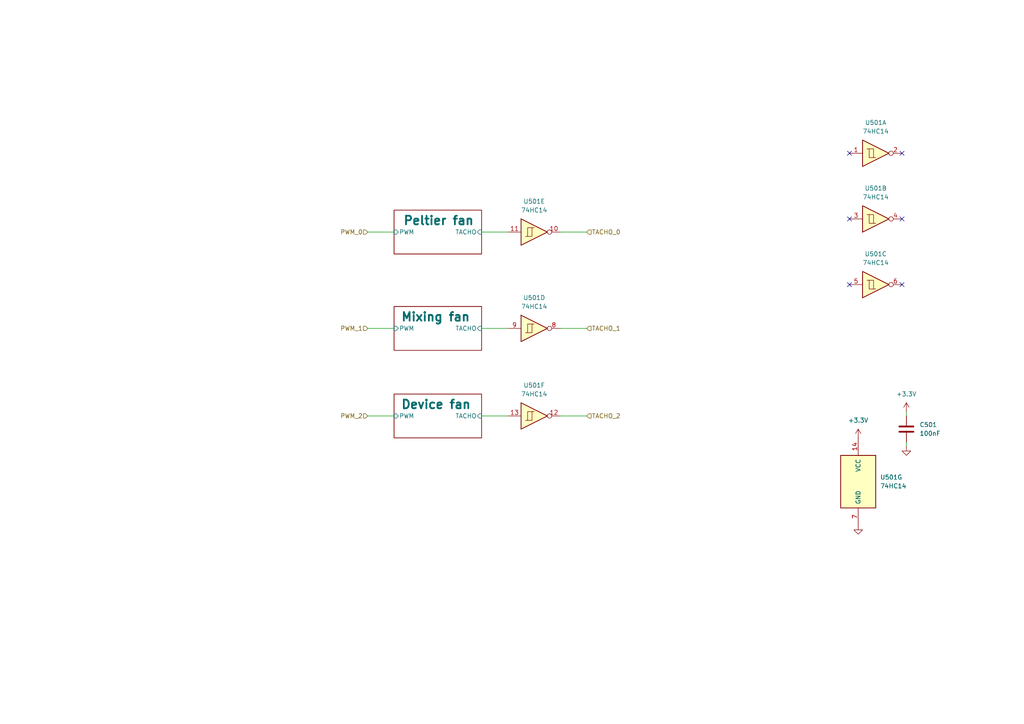
<source format=kicad_sch>
(kicad_sch (version 20231120) (generator "eeschema") (generator_version "8.0")
  (paper "A4")
  (title_block (title "Control board") (date "2024-06-11") (rev "${VERSION}") (company "TrendBit s.r.o.") (comment 1 "Designed by: Petr Malaník"))
  (lib_symbols
    (symbol "74xx:74HC14" (pin_names (offset 1.016))
      (property "Reference" "U" (at 0 1.27 0))
      (property "Value" "74HC14" (at 0 -1.27 0))
      (symbol "74HC14_1_0"
        (polyline (pts (xy -3.81 3.81) (xy -3.81 -3.81) (xy 3.81 0) (xy -3.81 3.81)) (stroke (width 0.254)) (fill (type background)))
        (pin input line (at -7.62 0 0) (length 3.81) (name "~") (number "1"))
        (pin output inverted (at 7.62 0 180) (length 3.81) (name "~") (number "2"))
      )
      (symbol "74HC14_1_1"
        (polyline (pts (xy -1.905 -1.27) (xy -1.905 1.27) (xy -0.635 1.27)))
        (polyline (pts (xy -2.54 -1.27) (xy -0.635 -1.27) (xy -0.635 1.27) (xy 0 1.27)))
      )
      (symbol "74HC14_2_0"
        (polyline (pts (xy -3.81 3.81) (xy -3.81 -3.81) (xy 3.81 0) (xy -3.81 3.81)) (stroke (width 0.254)) (fill (type background)))
        (pin input line (at -7.62 0 0) (length 3.81) (name "~") (number "3"))
        (pin output inverted (at 7.62 0 180) (length 3.81) (name "~") (number "4"))
      )
      (symbol "74HC14_2_1"
        (polyline (pts (xy -1.905 -1.27) (xy -1.905 1.27) (xy -0.635 1.27)))
        (polyline (pts (xy -2.54 -1.27) (xy -0.635 -1.27) (xy -0.635 1.27) (xy 0 1.27)))
      )
      (symbol "74HC14_3_0"
        (polyline (pts (xy -3.81 3.81) (xy -3.81 -3.81) (xy 3.81 0) (xy -3.81 3.81)) (stroke (width 0.254)) (fill (type background)))
        (pin input line (at -7.62 0 0) (length 3.81) (name "~") (number "5"))
        (pin output inverted (at 7.62 0 180) (length 3.81) (name "~") (number "6"))
      )
      (symbol "74HC14_3_1"
        (polyline (pts (xy -1.905 -1.27) (xy -1.905 1.27) (xy -0.635 1.27)))
        (polyline (pts (xy -2.54 -1.27) (xy -0.635 -1.27) (xy -0.635 1.27) (xy 0 1.27)))
      )
      (symbol "74HC14_4_0"
        (polyline (pts (xy -3.81 3.81) (xy -3.81 -3.81) (xy 3.81 0) (xy -3.81 3.81)) (stroke (width 0.254)) (fill (type background)))
        (pin output inverted (at 7.62 0 180) (length 3.81) (name "~") (number "8"))
        (pin input line (at -7.62 0 0) (length 3.81) (name "~") (number "9"))
      )
      (symbol "74HC14_4_1"
        (polyline (pts (xy -1.905 -1.27) (xy -1.905 1.27) (xy -0.635 1.27)))
        (polyline (pts (xy -2.54 -1.27) (xy -0.635 -1.27) (xy -0.635 1.27) (xy 0 1.27)))
      )
      (symbol "74HC14_5_0"
        (polyline (pts (xy -3.81 3.81) (xy -3.81 -3.81) (xy 3.81 0) (xy -3.81 3.81)) (stroke (width 0.254)) (fill (type background)))
        (pin output inverted (at 7.62 0 180) (length 3.81) (name "~") (number "10"))
        (pin input line (at -7.62 0 0) (length 3.81) (name "~") (number "11"))
      )
      (symbol "74HC14_5_1"
        (polyline (pts (xy -1.905 -1.27) (xy -1.905 1.27) (xy -0.635 1.27)))
        (polyline (pts (xy -2.54 -1.27) (xy -0.635 -1.27) (xy -0.635 1.27) (xy 0 1.27)))
      )
      (symbol "74HC14_6_0"
        (polyline (pts (xy -3.81 3.81) (xy -3.81 -3.81) (xy 3.81 0) (xy -3.81 3.81)) (stroke (width 0.254)) (fill (type background)))
        (pin output inverted (at 7.62 0 180) (length 3.81) (name "~") (number "12"))
        (pin input line (at -7.62 0 0) (length 3.81) (name "~") (number "13"))
      )
      (symbol "74HC14_6_1"
        (polyline (pts (xy -1.905 -1.27) (xy -1.905 1.27) (xy -0.635 1.27)))
        (polyline (pts (xy -2.54 -1.27) (xy -0.635 -1.27) (xy -0.635 1.27) (xy 0 1.27)))
      )
      (symbol "74HC14_7_0"
        (pin power_in line (at 0 12.7 270) (length 5.08) (name "VCC") (number "14"))
        (pin power_in line (at 0 -12.7 90) (length 5.08) (name "GND") (number "7"))
      )
      (symbol "74HC14_7_1"
        (rectangle (start -5.08 7.62) (end 5.08 -7.62) (stroke (width 0.254)) (fill (type background)))
      )
    )
    (symbol "Device:C" (pin_numbers hide) (pin_names (offset 0.254))
      (property "Reference" "C" (at 0.635 2.54 0))
      (property "Value" "C" (at 0.635 -2.54 0))
      (symbol "C_0_1"
        (polyline (pts (xy -2.032 -0.762) (xy 2.032 -0.762)) (stroke (width 0.508)))
        (polyline (pts (xy -2.032 0.762) (xy 2.032 0.762)) (stroke (width 0.508)))
      )
      (symbol "C_1_1"
        (pin passive line (at 0 3.81 270) (length 2.794) (name "~") (number "1"))
        (pin passive line (at 0 -3.81 90) (length 2.794) (name "~") (number "2"))
      )
    )
    (symbol "power:+3.3V" (power) (pin_numbers hide) (pin_names (offset 0) hide)
      (property "Value" "+3.3V" (at 0 3.556 0))
      (symbol "+3.3V_0_1"
        (polyline (pts (xy -0.762 1.27) (xy 0 2.54)))
        (polyline (pts (xy 0 0) (xy 0 2.54)))
        (polyline (pts (xy 0 2.54) (xy 0.762 1.27)))
      )
      (symbol "+3.3V_1_1"
        (pin power_in line (at 0 0 90) (length 0) (name "~") (number "1"))
      )
    )
    (symbol "power:GND" (power) (pin_numbers hide) (pin_names (offset 0) hide)
      (property "Value" "GND" (at 0 -3.81 0))
      (symbol "GND_0_1"
        (polyline (pts (xy 0 0) (xy 0 -1.27) (xy 1.27 -1.27) (xy 0 -2.54) (xy -1.27 -1.27) (xy 0 -1.27)))
      )
      (symbol "GND_1_1"
        (pin power_in line (at 0 0 270) (length 0) (name "~") (number "1"))
      )
    )
  )
  (no_connect (at 261.62 63.5))
  (no_connect (at 261.62 82.55))
  (no_connect (at 246.38 82.55))
  (no_connect (at 246.38 44.45))
  (no_connect (at 246.38 63.5))
  (no_connect (at 261.62 44.45))
  (wire (pts (xy 162.56 95.25) (xy 170.18 95.25)))
  (wire (pts (xy 106.68 67.31) (xy 114.3 67.31)))
  (wire (pts (xy 262.89 129.54) (xy 262.89 128.27)))
  (wire (pts (xy 106.68 120.65) (xy 114.3 120.65)))
  (wire (pts (xy 162.56 67.31) (xy 170.18 67.31)))
  (wire (pts (xy 106.68 95.25) (xy 114.3 95.25)))
  (wire (pts (xy 139.7 95.25) (xy 147.32 95.25)))
  (wire (pts (xy 139.7 120.65) (xy 147.32 120.65)))
  (wire (pts (xy 262.89 119.38) (xy 262.89 120.65)))
  (wire (pts (xy 162.56 120.65) (xy 170.18 120.65)))
  (wire (pts (xy 139.7 67.31) (xy 147.32 67.31)))
  (hierarchical_label "PWM_2" (shape input) (at 106.68 120.65 180))
  (hierarchical_label "PWM_1" (shape input) (at 106.68 95.25 180))
  (hierarchical_label "TACHO_1" (shape input) (at 170.18 95.25 0))
  (hierarchical_label "PWM_0" (shape input) (at 106.68 67.31 180))
  (hierarchical_label "TACHO_0" (shape input) (at 170.18 67.31 0))
  (hierarchical_label "TACHO_2" (shape input) (at 170.18 120.65 0))
  (symbol (lib_id "74xx:74HC14") (at 154.94 95.25 0) (unit 4)
    (property "Reference" "U501" (at 154.94 86.36 0))
    (property "Value" "74HC14" (at 154.94 88.9 0))
    (property "Footprint" "Package_SO:SOIC-14_3.9x8.7mm_P1.27mm" (effects (hide yes)))
    (property "Datasheet" "http://www.ti.com/lit/gpn/sn74HC14" (effects (hide yes)))
    (property "Description" "Hex inverter schmitt trigger" (effects (hide yes)))
    (property "LCSC" "C5605" (effects (hide yes)))
    (property "MPN" " 74HC14D,653" (effects (hide yes)))
  )
  (symbol (lib_id "power:+3.3V") (at 262.89 119.38 0) (unit 1)
    (property "Reference" "#PWR0503" (effects (hide yes)))
    (property "Value" "+3.3V" (at 262.89 114.3 0))
    (property "Description" "Power symbol creates a global label with name \"+3.3V\"" (effects (hide yes)))
  )
  (symbol (lib_id "74xx:74HC14") (at 154.94 120.65 0) (unit 6)
    (property "Reference" "U501" (at 154.94 111.76 0))
    (property "Value" "74HC14" (at 154.94 114.3 0))
    (property "Footprint" "Package_SO:SOIC-14_3.9x8.7mm_P1.27mm" (effects (hide yes)))
    (property "Datasheet" "http://www.ti.com/lit/gpn/sn74HC14" (effects (hide yes)))
    (property "Description" "Hex inverter schmitt trigger" (effects (hide yes)))
    (property "LCSC" "C5605" (effects (hide yes)))
    (property "MPN" " 74HC14D,653" (effects (hide yes)))
  )
  (symbol (lib_id "power:GND") (at 262.89 129.54 0) (unit 1)
    (property "Reference" "#PWR0504" (effects (hide yes)))
    (property "Value" "GND" (effects (hide yes)))
    (property "Description" "Power symbol creates a global label with name \"GND\" , ground" (effects (hide yes)))
  )
  (symbol (lib_id "Device:C") (at 262.89 124.46 0) (unit 1)
    (property "Reference" "C501" (at 266.7 123.1899 0) (effects (justify left)))
    (property "Value" "100nF" (at 266.7 125.7299 0) (effects (justify left)))
    (property "Footprint" "Capacitor_SMD:C_0603_1608Metric" (effects (hide yes)))
    (property "Description" "Unpolarized capacitor" (effects (hide yes)))
    (property "LCSC" "C14663" (effects (hide yes)))
  )
  (symbol (lib_id "power:+3.3V") (at 248.92 127 0) (unit 1)
    (property "Reference" "#PWR0501" (effects (hide yes)))
    (property "Value" "+3.3V" (at 248.92 121.92 0))
    (property "Description" "Power symbol creates a global label with name \"+3.3V\"" (effects (hide yes)))
  )
  (symbol (lib_id "74xx:74HC14") (at 254 82.55 0) (mirror x) (unit 3)
    (property "Reference" "U501" (at 254 73.66 0))
    (property "Value" "74HC14" (at 254 76.2 0))
    (property "Footprint" "Package_SO:SOIC-14_3.9x8.7mm_P1.27mm" (effects (hide yes)))
    (property "Datasheet" "http://www.ti.com/lit/gpn/sn74HC14" (effects (hide yes)))
    (property "Description" "Hex inverter schmitt trigger" (effects (hide yes)))
    (property "LCSC" "C5605" (effects (hide yes)))
    (property "MPN" " 74HC14D,653" (effects (hide yes)))
  )
  (symbol (lib_id "74xx:74HC14") (at 254 63.5 0) (mirror x) (unit 2)
    (property "Reference" "U501" (at 254 54.61 0))
    (property "Value" "74HC14" (at 254 57.15 0))
    (property "Footprint" "Package_SO:SOIC-14_3.9x8.7mm_P1.27mm" (effects (hide yes)))
    (property "Datasheet" "http://www.ti.com/lit/gpn/sn74HC14" (effects (hide yes)))
    (property "Description" "Hex inverter schmitt trigger" (effects (hide yes)))
    (property "LCSC" "C5605" (effects (hide yes)))
    (property "MPN" " 74HC14D,653" (effects (hide yes)))
  )
  (symbol (lib_id "74xx:74HC14") (at 248.92 139.7 0) (unit 7)
    (property "Reference" "U501" (at 255.27 138.4299 0) (effects (justify left)))
    (property "Value" "74HC14" (at 255.27 140.9699 0) (effects (justify left)))
    (property "Footprint" "Package_SO:SOIC-14_3.9x8.7mm_P1.27mm" (effects (hide yes)))
    (property "Datasheet" "http://www.ti.com/lit/gpn/sn74HC14" (effects (hide yes)))
    (property "Description" "Hex inverter schmitt trigger" (effects (hide yes)))
    (property "LCSC" "C5605" (effects (hide yes)))
    (property "MPN" " 74HC14D,653" (effects (hide yes)))
  )
  (symbol (lib_id "74xx:74HC14") (at 254 44.45 0) (mirror x) (unit 1)
    (property "Reference" "U501" (at 254 35.56 0))
    (property "Value" "74HC14" (at 254 38.1 0))
    (property "Footprint" "Package_SO:SOIC-14_3.9x8.7mm_P1.27mm" (effects (hide yes)))
    (property "Datasheet" "http://www.ti.com/lit/gpn/sn74HC14" (effects (hide yes)))
    (property "Description" "Hex inverter schmitt trigger" (effects (hide yes)))
    (property "LCSC" "C5605" (effects (hide yes)))
    (property "MPN" " 74HC14D,653" (effects (hide yes)))
  )
  (symbol (lib_id "74xx:74HC14") (at 154.94 67.31 0) (unit 5)
    (property "Reference" "U501" (at 154.94 58.42 0))
    (property "Value" "74HC14" (at 154.94 60.96 0))
    (property "Footprint" "Package_SO:SOIC-14_3.9x8.7mm_P1.27mm" (effects (hide yes)))
    (property "Datasheet" "http://www.ti.com/lit/gpn/sn74HC14" (effects (hide yes)))
    (property "Description" "Hex inverter schmitt trigger" (effects (hide yes)))
    (property "LCSC" "C5605" (effects (hide yes)))
    (property "MPN" " 74HC14D,653" (effects (hide yes)))
  )
  (symbol (lib_id "power:GND") (at 248.92 152.4 0) (mirror y) (unit 1)
    (property "Reference" "#PWR0502" (effects (hide yes)))
    (property "Value" "GND" (effects (hide yes)))
    (property "Description" "Power symbol creates a global label with name \"GND\" , ground" (effects (hide yes)))
  )
  (sheet (at 114.3 114.3) (size 25.4 12.7) (stroke (width 0.1524))
    (property "Sheetname" "Device fan" (at 116.205 118.745 0) (effects (font (size 2.5 2.5) (bold yes)) (justify left bottom)))
    (property "Sheetfile" "fan.kicad_sch" (effects (hide yes)))
    (pin "PWM" input (at 114.3 120.65 180))
    (pin "TACHO" input (at 139.7 120.65 0))
  )
  (sheet (at 114.3 60.96) (size 25.4 12.7) (stroke (width 0.1524))
    (property "Sheetname" "Peltier fan" (at 116.84 65.405 0) (effects (font (size 2.5 2.5) (bold yes)) (justify left bottom)))
    (property "Sheetfile" "fan.kicad_sch" (effects (hide yes)))
    (pin "PWM" input (at 114.3 67.31 180))
    (pin "TACHO" input (at 139.7 67.31 0))
  )
  (sheet (at 114.3 88.9) (size 25.4 12.7) (stroke (width 0.1524))
    (property "Sheetname" "Mixing fan" (at 116.205 93.345 0) (effects (font (size 2.5 2.5) (bold yes)) (justify left bottom)))
    (property "Sheetfile" "fan.kicad_sch" (effects (hide yes)))
    (pin "PWM" input (at 114.3 95.25 180))
    (pin "TACHO" input (at 139.7 95.25 0))
  )
)
</source>
